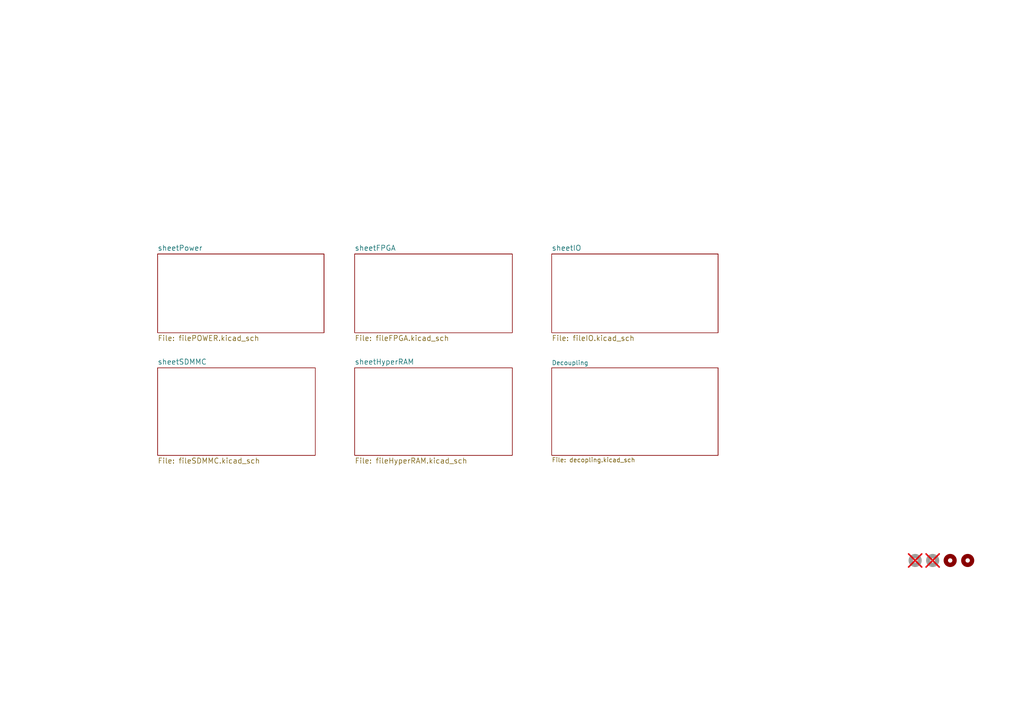
<source format=kicad_sch>
(kicad_sch (version 20231120) (generator "eeschema") (generator_version "8.0")
  (paper "A4")
  (title_block (title "Orange Crab") (date "2024-04-20") (rev "0.9") (company "(C) 2024 Victor Suarez Rovere") (comment 1 "Baed on OrangeCrab r0.1 board by GsD") (comment 2 "https://github.com/orangecrab-fpga/orangecrab-hardware") (comment 3 "Original License: CERN-OHL") (comment 4 "Current License:  CERN-OHL-S"))
  (lib_symbols
    (symbol "Mechanical:MountingHole" (pin_names (offset 1.016))
      (property "Reference" "H" (at 0 5.08 0))
      (property "Value" "MountingHole" (at 0 3.175 0))
      (symbol "MountingHole_0_1"
        (circle (center 0 0) (radius 1.27) (stroke (width 1.27)))
      )
    )
  )
  (symbol (lib_id "Mechanical:MountingHole") (at 280.67 162.56 0) (unit 1)
    (property "Reference" "H4" (effects (hide yes)))
    (property "Value" "MountingHole" (effects (hide yes)))
    (property "Footprint" "MountingHole:MountingHole_2.1mm" (effects (hide yes)))
  )
  (symbol (lib_id "Mechanical:MountingHole") (at 275.59 162.56 0) (unit 1) (on_board no)
    (property "Reference" "H3" (effects (hide yes)))
    (property "Value" "MountingHole" (effects (hide yes)))
    (property "Footprint" "MountingHole:MountingHole_2.1mm" (effects (hide yes)))
  )
  (symbol (lib_id "Mechanical:MountingHole") (at 270.51 162.56 0) (unit 1) (on_board no) (dnp yes)
    (property "Reference" "H2" (effects (hide yes)))
    (property "Value" "MountingHole" (effects (hide yes)))
    (property "Footprint" "MountingHole:MountingHole_2.2mm_M2_Pad" (effects (hide yes)))
  )
  (symbol (lib_id "Mechanical:MountingHole") (at 265.43 162.56 0) (unit 1) (on_board no) (dnp yes)
    (property "Reference" "H1" (effects (hide yes)))
    (property "Value" "MountingHole" (effects (hide yes)))
    (property "Footprint" "MountingHole:MountingHole_2.2mm_M2_Pad" (effects (hide yes)))
  )
  (sheet (at 102.87 73.66) (size 45.72 22.86)
    (property "Sheetname" "sheetFPGA" (at 102.87 72.8214 0) (effects (font (size 1.524 1.524)) (justify left bottom)))
    (property "Sheetfile" "fileFPGA.kicad_sch" (at 102.87 97.2062 0) (effects (font (size 1.524 1.524)) (justify left top)))
  )
  (sheet (at 160.02 73.66) (size 48.26 22.86)
    (property "Sheetname" "sheetIO" (at 160.02 72.8214 0) (effects (font (size 1.524 1.524)) (justify left bottom)))
    (property "Sheetfile" "fileIO.kicad_sch" (at 160.02 97.2062 0) (effects (font (size 1.524 1.524)) (justify left top)))
  )
  (sheet (at 102.87 106.68) (size 45.72 25.4)
    (property "Sheetname" "sheetHyperRAM" (at 102.87 105.8414 0) (effects (font (size 1.524 1.524)) (justify left bottom)))
    (property "Sheetfile" "fileHyperRAM.kicad_sch" (at 102.87 132.7662 0) (effects (font (size 1.524 1.524)) (justify left top)))
  )
  (sheet (at 45.72 106.68) (size 45.72 25.4)
    (property "Sheetname" "sheetSDMMC" (at 45.72 105.8414 0) (effects (font (size 1.524 1.524)) (justify left bottom)))
    (property "Sheetfile" "fileSDMMC.kicad_sch" (at 45.72 132.7662 0) (effects (font (size 1.524 1.524)) (justify left top)))
  )
  (sheet (at 45.72 73.66) (size 48.26 22.86)
    (property "Sheetname" "sheetPower" (at 45.72 72.8214 0) (effects (font (size 1.524 1.524)) (justify left bottom)))
    (property "Sheetfile" "filePOWER.kicad_sch" (at 45.72 97.2062 0) (effects (font (size 1.524 1.524)) (justify left top)))
  )
  (sheet (at 160.02 106.68) (size 48.26 25.4)
    (property "Sheetname" "Decoupling" (at 160.02 105.9684 0) (effects (justify left bottom)))
    (property "Sheetfile" "decopling.kicad_sch" (at 160.02 132.6646 0) (effects (justify left top)))
  )
)
</source>
